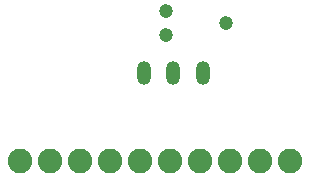
<source format=gts>
G04*
G04 #@! TF.GenerationSoftware,Altium Limited,Altium Designer,25.1.2 (22)*
G04*
G04 Layer_Color=8388736*
%FSLAX44Y44*%
%MOMM*%
G71*
G04*
G04 #@! TF.SameCoordinates,DB710AA7-E77E-4036-8C0A-EA680BC9F52C*
G04*
G04*
G04 #@! TF.FilePolarity,Negative*
G04*
G01*
G75*
%ADD12C,1.1938*%
%ADD13O,1.2032X2.0032*%
%ADD14C,2.0828*%
D12*
X144200Y217340D02*
D03*
Y237660D02*
D03*
X195000Y227500D02*
D03*
D13*
X125000Y185000D02*
D03*
X150000D02*
D03*
X175000D02*
D03*
D14*
X248600Y110000D02*
D03*
X223200D02*
D03*
X197800D02*
D03*
X172400D02*
D03*
X147000D02*
D03*
X121600D02*
D03*
X96200D02*
D03*
X70800D02*
D03*
X45400D02*
D03*
X20000D02*
D03*
M02*

</source>
